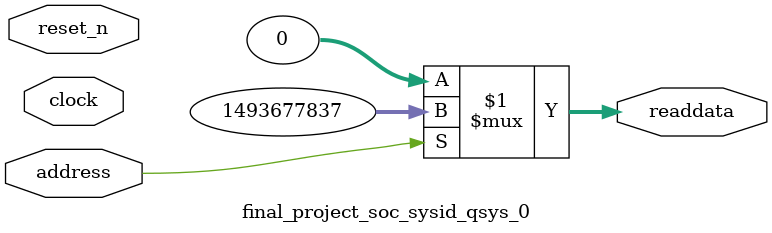
<source format=v>

`timescale 1ns / 1ps
// synthesis translate_on

// turn off superfluous verilog processor warnings 
// altera message_level Level1 
// altera message_off 10034 10035 10036 10037 10230 10240 10030 

module final_project_soc_sysid_qsys_0 (
               // inputs:
                address,
                clock,
                reset_n,

               // outputs:
                readdata
             )
;

  output  [ 31: 0] readdata;
  input            address;
  input            clock;
  input            reset_n;

  wire    [ 31: 0] readdata;
  //control_slave, which is an e_avalon_slave
  assign readdata = address ? 1493677837 : 0;

endmodule




</source>
